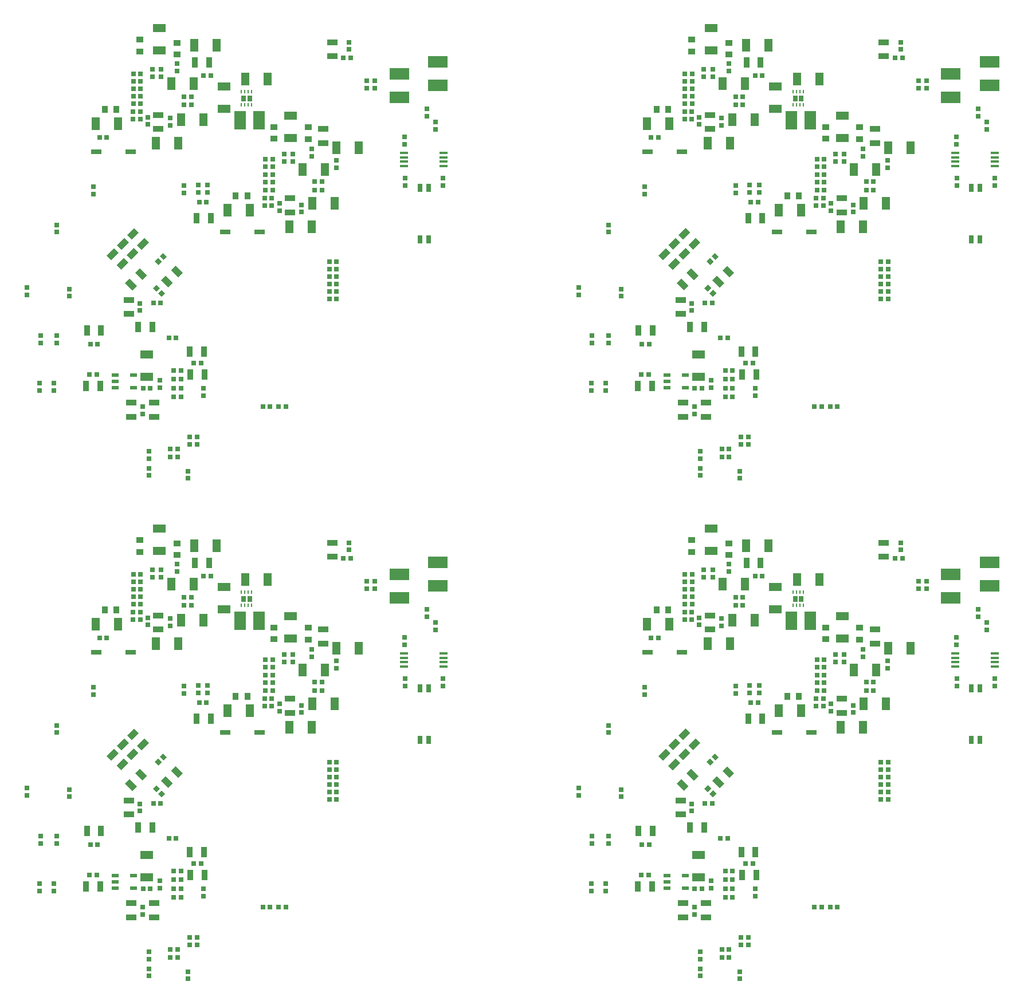
<source format=gbr>
G04 EAGLE Gerber RS-274X export*
G75*
%MOMM*%
%FSLAX34Y34*%
%LPD*%
%INSolderpaste Bottom*%
%IPPOS*%
%AMOC8*
5,1,8,0,0,1.08239X$1,22.5*%
G01*
%ADD10R,0.762000X0.685800*%
%ADD11R,0.965200X1.524000*%
%ADD12R,0.685800X0.762000*%
%ADD13R,1.219200X1.879600*%
%ADD14R,1.879600X1.219200*%
%ADD15R,1.066800X0.889000*%
%ADD16R,0.889000X1.066800*%
%ADD17R,1.600000X0.760000*%
%ADD18R,1.524000X0.965200*%
%ADD19R,1.000000X0.550000*%
%ADD20R,1.200000X0.350000*%
%ADD21R,0.760000X1.270000*%
%ADD22R,1.651000X2.794000*%
%ADD23R,0.250000X0.500000*%
%ADD24R,0.700000X0.900000*%
%ADD25R,3.000000X1.800000*%


D10*
X-482000Y354334D03*
X-482000Y343666D03*
X-294000Y412334D03*
X-294000Y401666D03*
X-428000Y410334D03*
X-428000Y399666D03*
D11*
X-275414Y364000D03*
X-254586Y364000D03*
D12*
X-260666Y388000D03*
X-271334Y388000D03*
D10*
X-273000Y413334D03*
X-273000Y402666D03*
X-259000Y413334D03*
X-259000Y402666D03*
D12*
X-293834Y531500D03*
X-283166Y531500D03*
D10*
X-347732Y513597D03*
X-347732Y502929D03*
D12*
X-358202Y533250D03*
X-368870Y533250D03*
D13*
X-424528Y504237D03*
X-391508Y504237D03*
D12*
X-358184Y544237D03*
X-368852Y544237D03*
D10*
X-340763Y573684D03*
X-340763Y584352D03*
D13*
X-298510Y509500D03*
X-265490Y509500D03*
D12*
X-358166Y555500D03*
X-368834Y555500D03*
D10*
X-328000Y573666D03*
X-328000Y584334D03*
D14*
X-330500Y645510D03*
X-330500Y612490D03*
D10*
X-304018Y581903D03*
X-304018Y592571D03*
D11*
X-257191Y594055D03*
X-278019Y594055D03*
D10*
X-314768Y512071D03*
X-314768Y501403D03*
D15*
X-359250Y628110D03*
X-359250Y610838D03*
D16*
X-410904Y524737D03*
X-393632Y524737D03*
D10*
X77348Y495332D03*
X77348Y506000D03*
X64652Y525668D03*
X64652Y515000D03*
D17*
X-424000Y462000D03*
X-373200Y462000D03*
D12*
X-143666Y86000D03*
X-154334Y86000D03*
X-177334Y86000D03*
X-166666Y86000D03*
X-298666Y100000D03*
X-309334Y100000D03*
D10*
X-265000Y101666D03*
X-265000Y112334D03*
D12*
X-309334Y126000D03*
X-298666Y126000D03*
X-309334Y113000D03*
X-298666Y113000D03*
D11*
X-263586Y133000D03*
X-284414Y133000D03*
D12*
X-268666Y150000D03*
X-279334Y150000D03*
D11*
X-438414Y116000D03*
X-417586Y116000D03*
D12*
X-433334Y133000D03*
X-422666Y133000D03*
D18*
X-338000Y70586D03*
X-338000Y91414D03*
D11*
X-264586Y167000D03*
X-285414Y167000D03*
D10*
X-330000Y124334D03*
X-330000Y113666D03*
D11*
X-340586Y203000D03*
X-361414Y203000D03*
D12*
X-298666Y139000D03*
X-309334Y139000D03*
D18*
X-372000Y70586D03*
X-372000Y91414D03*
D11*
X-437414Y198000D03*
X-416586Y198000D03*
D18*
X-375000Y243414D03*
X-375000Y222586D03*
D10*
X-355000Y74666D03*
X-355000Y85334D03*
D12*
X-432334Y178000D03*
X-421666Y178000D03*
D10*
X-359000Y238334D03*
X-359000Y227666D03*
D12*
X-316334Y187000D03*
X-305666Y187000D03*
D11*
G36*
X-313436Y287339D02*
X-306611Y294164D01*
X-295836Y283389D01*
X-302661Y276564D01*
X-313436Y287339D01*
G37*
G36*
X-328164Y272611D02*
X-321339Y279436D01*
X-310564Y268661D01*
X-317389Y261836D01*
X-328164Y272611D01*
G37*
D12*
G36*
X-326959Y258346D02*
X-322110Y253497D01*
X-327497Y248110D01*
X-332346Y252959D01*
X-326959Y258346D01*
G37*
G36*
X-334503Y265890D02*
X-329654Y261041D01*
X-335041Y255654D01*
X-339890Y260503D01*
X-334503Y265890D01*
G37*
D11*
G36*
X-352661Y335436D02*
X-345836Y328611D01*
X-356611Y317836D01*
X-363436Y324661D01*
X-352661Y335436D01*
G37*
G36*
X-367389Y350164D02*
X-360564Y343339D01*
X-371339Y332564D01*
X-378164Y339389D01*
X-367389Y350164D01*
G37*
G36*
X-363564Y264661D02*
X-370389Y257836D01*
X-381164Y268611D01*
X-374339Y275436D01*
X-363564Y264661D01*
G37*
G36*
X-348836Y279389D02*
X-355661Y272564D01*
X-366436Y283339D01*
X-359611Y290164D01*
X-348836Y279389D01*
G37*
D12*
G36*
X-329346Y308041D02*
X-324497Y312890D01*
X-319110Y307503D01*
X-323959Y302654D01*
X-329346Y308041D01*
G37*
G36*
X-336890Y300497D02*
X-332041Y305346D01*
X-326654Y299959D01*
X-331503Y295110D01*
X-336890Y300497D01*
G37*
D11*
G36*
X-367661Y320436D02*
X-360836Y313611D01*
X-371611Y302836D01*
X-378436Y309661D01*
X-367661Y320436D01*
G37*
G36*
X-382389Y335164D02*
X-375564Y328339D01*
X-386339Y317564D01*
X-393164Y324389D01*
X-382389Y335164D01*
G37*
G36*
X-382661Y305436D02*
X-375836Y298611D01*
X-386611Y287836D01*
X-393436Y294661D01*
X-382661Y305436D01*
G37*
G36*
X-397389Y320164D02*
X-390564Y313339D01*
X-401339Y302564D01*
X-408164Y309389D01*
X-397389Y320164D01*
G37*
D12*
X-339334Y239000D03*
X-328666Y239000D03*
X-68666Y278000D03*
X-79334Y278000D03*
X-79334Y267000D03*
X-68666Y267000D03*
X-343666Y113000D03*
X-354334Y113000D03*
D14*
X-349000Y129490D03*
X-349000Y162510D03*
D19*
X-395500Y113500D03*
X-395500Y123000D03*
X-395500Y132500D03*
X-368500Y132500D03*
X-368500Y113500D03*
D18*
X-75000Y603586D03*
X-75000Y624414D03*
D10*
X-50000Y613666D03*
X-50000Y624334D03*
D20*
X89250Y460750D03*
X89250Y454250D03*
X89250Y447750D03*
X89250Y441250D03*
X30750Y441250D03*
X30750Y447750D03*
X30750Y454250D03*
X30750Y460750D03*
D10*
X32000Y484334D03*
X32000Y473666D03*
X-463000Y248666D03*
X-463000Y259334D03*
X-526000Y250666D03*
X-526000Y261334D03*
X-482000Y179666D03*
X-482000Y190334D03*
X-506000Y179666D03*
X-506000Y190334D03*
X-486000Y109666D03*
X-486000Y120334D03*
X-507000Y109666D03*
X-507000Y120334D03*
X-105500Y455666D03*
X-105500Y466334D03*
D18*
X-88000Y495914D03*
X-88000Y475086D03*
D10*
X-120500Y383834D03*
X-120500Y373166D03*
D12*
X-408266Y483800D03*
X-418934Y483800D03*
D17*
X-233000Y343500D03*
X-182200Y343500D03*
D12*
X-79334Y300000D03*
X-68666Y300000D03*
X-79334Y245000D03*
X-68666Y245000D03*
D21*
X67350Y409100D03*
X54650Y409100D03*
X67350Y332900D03*
X54650Y332900D03*
D10*
X89000Y412666D03*
X89000Y423334D03*
X33000Y412666D03*
X33000Y423334D03*
D12*
X-79334Y289000D03*
X-68666Y289000D03*
X-79334Y256000D03*
X-68666Y256000D03*
D10*
X-24000Y567334D03*
X-24000Y556666D03*
X-12000Y567334D03*
X-12000Y556666D03*
D12*
X-303666Y23000D03*
X-314334Y23000D03*
D10*
X-275000Y40334D03*
X-275000Y29666D03*
X-286000Y40334D03*
X-286000Y29666D03*
D12*
X-303666Y11000D03*
X-314334Y11000D03*
D10*
X-346000Y19334D03*
X-346000Y8666D03*
X-346000Y-16334D03*
X-346000Y-5666D03*
X-288000Y-20334D03*
X-288000Y-9666D03*
D12*
X-254666Y575000D03*
X-265334Y575000D03*
D15*
X-304000Y623636D03*
X-304000Y606364D03*
D12*
X-358166Y577500D03*
X-368834Y577500D03*
X-358166Y566500D03*
X-368834Y566500D03*
X-358666Y522000D03*
X-369334Y522000D03*
X-358666Y510500D03*
X-369334Y510500D03*
D13*
X-302490Y475000D03*
X-335510Y475000D03*
D18*
X-332000Y516914D03*
X-332000Y496086D03*
D13*
X-313010Y563000D03*
X-279990Y563000D03*
D12*
X-293834Y544000D03*
X-283166Y544000D03*
D15*
X-110500Y498636D03*
X-110500Y481364D03*
D10*
X-69000Y449334D03*
X-69000Y438666D03*
D12*
X-100834Y405500D03*
X-90166Y405500D03*
D10*
X-153000Y385834D03*
X-153000Y375166D03*
D12*
X-163166Y406000D03*
X-173834Y406000D03*
D13*
X-230010Y376000D03*
X-196990Y376000D03*
D10*
X-146000Y448166D03*
X-146000Y458834D03*
D12*
X-163166Y428500D03*
X-173834Y428500D03*
D13*
X-104510Y386000D03*
X-71490Y386000D03*
D12*
X-163166Y417500D03*
X-173834Y417500D03*
D10*
X-133500Y448166D03*
X-133500Y458834D03*
D14*
X-136500Y516010D03*
X-136500Y482990D03*
D15*
X-161000Y499136D03*
X-161000Y481864D03*
D16*
X-217636Y397000D03*
X-200364Y397000D03*
D12*
X-163166Y451000D03*
X-173834Y451000D03*
X-164166Y382500D03*
X-174834Y382500D03*
X-164166Y394000D03*
X-174834Y394000D03*
X-163166Y440000D03*
X-173834Y440000D03*
D13*
X-105490Y351500D03*
X-138510Y351500D03*
D18*
X-137000Y393414D03*
X-137000Y372586D03*
D13*
X-119010Y436500D03*
X-85990Y436500D03*
D12*
X-100834Y418000D03*
X-90166Y418000D03*
D13*
X-245490Y620000D03*
X-278510Y620000D03*
X-35490Y468500D03*
X-68510Y468500D03*
D12*
X-58334Y601000D03*
X-47666Y601000D03*
D22*
X-211470Y509000D03*
X-183530Y509000D03*
D13*
X-170490Y570000D03*
X-203510Y570000D03*
D14*
X-235000Y559010D03*
X-235000Y525990D03*
D23*
X-194000Y532000D03*
D24*
X-197000Y541500D03*
X-206000Y541500D03*
D23*
X-199000Y532000D03*
X-204000Y532000D03*
X-209000Y532000D03*
X-209000Y551000D03*
X-204000Y551000D03*
X-199000Y551000D03*
X-194000Y551000D03*
D25*
X24000Y542750D03*
X24000Y577250D03*
X81000Y560750D03*
X81000Y595250D03*
D10*
X333000Y354334D03*
X333000Y343666D03*
X521000Y412334D03*
X521000Y401666D03*
X387000Y410334D03*
X387000Y399666D03*
D11*
X539586Y364000D03*
X560414Y364000D03*
D12*
X554334Y388000D03*
X543666Y388000D03*
D10*
X542000Y413334D03*
X542000Y402666D03*
X556000Y413334D03*
X556000Y402666D03*
D12*
X521166Y531500D03*
X531834Y531500D03*
D10*
X467268Y513597D03*
X467268Y502929D03*
D12*
X456798Y533250D03*
X446130Y533250D03*
D13*
X390472Y504237D03*
X423492Y504237D03*
D12*
X456816Y544237D03*
X446148Y544237D03*
D10*
X474237Y573684D03*
X474237Y584352D03*
D13*
X516490Y509500D03*
X549510Y509500D03*
D12*
X456834Y555500D03*
X446166Y555500D03*
D10*
X487000Y573666D03*
X487000Y584334D03*
D14*
X484500Y645510D03*
X484500Y612490D03*
D10*
X510982Y581903D03*
X510982Y592571D03*
D11*
X557809Y594055D03*
X536981Y594055D03*
D10*
X500232Y512071D03*
X500232Y501403D03*
D15*
X455750Y628110D03*
X455750Y610838D03*
D16*
X404096Y524737D03*
X421368Y524737D03*
D10*
X892348Y495332D03*
X892348Y506000D03*
X879652Y525668D03*
X879652Y515000D03*
D17*
X391000Y462000D03*
X441800Y462000D03*
D12*
X671334Y86000D03*
X660666Y86000D03*
X637666Y86000D03*
X648334Y86000D03*
X516334Y100000D03*
X505666Y100000D03*
D10*
X550000Y101666D03*
X550000Y112334D03*
D12*
X505666Y126000D03*
X516334Y126000D03*
X505666Y113000D03*
X516334Y113000D03*
D11*
X551414Y133000D03*
X530586Y133000D03*
D12*
X546334Y150000D03*
X535666Y150000D03*
D11*
X376586Y116000D03*
X397414Y116000D03*
D12*
X381666Y133000D03*
X392334Y133000D03*
D18*
X477000Y70586D03*
X477000Y91414D03*
D11*
X550414Y167000D03*
X529586Y167000D03*
D10*
X485000Y124334D03*
X485000Y113666D03*
D11*
X474414Y203000D03*
X453586Y203000D03*
D12*
X516334Y139000D03*
X505666Y139000D03*
D18*
X443000Y70586D03*
X443000Y91414D03*
D11*
X377586Y198000D03*
X398414Y198000D03*
D18*
X440000Y243414D03*
X440000Y222586D03*
D10*
X460000Y74666D03*
X460000Y85334D03*
D12*
X382666Y178000D03*
X393334Y178000D03*
D10*
X456000Y238334D03*
X456000Y227666D03*
D12*
X498666Y187000D03*
X509334Y187000D03*
D11*
G36*
X501564Y287339D02*
X508389Y294164D01*
X519164Y283389D01*
X512339Y276564D01*
X501564Y287339D01*
G37*
G36*
X486836Y272611D02*
X493661Y279436D01*
X504436Y268661D01*
X497611Y261836D01*
X486836Y272611D01*
G37*
D12*
G36*
X488041Y258346D02*
X492890Y253497D01*
X487503Y248110D01*
X482654Y252959D01*
X488041Y258346D01*
G37*
G36*
X480497Y265890D02*
X485346Y261041D01*
X479959Y255654D01*
X475110Y260503D01*
X480497Y265890D01*
G37*
D11*
G36*
X462339Y335436D02*
X469164Y328611D01*
X458389Y317836D01*
X451564Y324661D01*
X462339Y335436D01*
G37*
G36*
X447611Y350164D02*
X454436Y343339D01*
X443661Y332564D01*
X436836Y339389D01*
X447611Y350164D01*
G37*
G36*
X451436Y264661D02*
X444611Y257836D01*
X433836Y268611D01*
X440661Y275436D01*
X451436Y264661D01*
G37*
G36*
X466164Y279389D02*
X459339Y272564D01*
X448564Y283339D01*
X455389Y290164D01*
X466164Y279389D01*
G37*
D12*
G36*
X485654Y308041D02*
X490503Y312890D01*
X495890Y307503D01*
X491041Y302654D01*
X485654Y308041D01*
G37*
G36*
X478110Y300497D02*
X482959Y305346D01*
X488346Y299959D01*
X483497Y295110D01*
X478110Y300497D01*
G37*
D11*
G36*
X447339Y320436D02*
X454164Y313611D01*
X443389Y302836D01*
X436564Y309661D01*
X447339Y320436D01*
G37*
G36*
X432611Y335164D02*
X439436Y328339D01*
X428661Y317564D01*
X421836Y324389D01*
X432611Y335164D01*
G37*
G36*
X432339Y305436D02*
X439164Y298611D01*
X428389Y287836D01*
X421564Y294661D01*
X432339Y305436D01*
G37*
G36*
X417611Y320164D02*
X424436Y313339D01*
X413661Y302564D01*
X406836Y309389D01*
X417611Y320164D01*
G37*
D12*
X475666Y239000D03*
X486334Y239000D03*
X746334Y278000D03*
X735666Y278000D03*
X735666Y267000D03*
X746334Y267000D03*
X471334Y113000D03*
X460666Y113000D03*
D14*
X466000Y129490D03*
X466000Y162510D03*
D19*
X419500Y113500D03*
X419500Y123000D03*
X419500Y132500D03*
X446500Y132500D03*
X446500Y113500D03*
D18*
X740000Y603586D03*
X740000Y624414D03*
D10*
X765000Y613666D03*
X765000Y624334D03*
D20*
X904250Y460750D03*
X904250Y454250D03*
X904250Y447750D03*
X904250Y441250D03*
X845750Y441250D03*
X845750Y447750D03*
X845750Y454250D03*
X845750Y460750D03*
D10*
X847000Y484334D03*
X847000Y473666D03*
X352000Y248666D03*
X352000Y259334D03*
X289000Y250666D03*
X289000Y261334D03*
X333000Y179666D03*
X333000Y190334D03*
X309000Y179666D03*
X309000Y190334D03*
X329000Y109666D03*
X329000Y120334D03*
X308000Y109666D03*
X308000Y120334D03*
X709500Y455666D03*
X709500Y466334D03*
D18*
X727000Y495914D03*
X727000Y475086D03*
D10*
X694500Y383834D03*
X694500Y373166D03*
D12*
X406734Y483800D03*
X396066Y483800D03*
D17*
X582000Y343500D03*
X632800Y343500D03*
D12*
X735666Y300000D03*
X746334Y300000D03*
X735666Y245000D03*
X746334Y245000D03*
D21*
X882350Y409100D03*
X869650Y409100D03*
X882350Y332900D03*
X869650Y332900D03*
D10*
X904000Y412666D03*
X904000Y423334D03*
X848000Y412666D03*
X848000Y423334D03*
D12*
X735666Y289000D03*
X746334Y289000D03*
X735666Y256000D03*
X746334Y256000D03*
D10*
X791000Y567334D03*
X791000Y556666D03*
X803000Y567334D03*
X803000Y556666D03*
D12*
X511334Y23000D03*
X500666Y23000D03*
D10*
X540000Y40334D03*
X540000Y29666D03*
X529000Y40334D03*
X529000Y29666D03*
D12*
X511334Y11000D03*
X500666Y11000D03*
D10*
X469000Y19334D03*
X469000Y8666D03*
X469000Y-16334D03*
X469000Y-5666D03*
X527000Y-20334D03*
X527000Y-9666D03*
D12*
X560334Y575000D03*
X549666Y575000D03*
D15*
X511000Y623636D03*
X511000Y606364D03*
D12*
X456834Y577500D03*
X446166Y577500D03*
X456834Y566500D03*
X446166Y566500D03*
X456334Y522000D03*
X445666Y522000D03*
X456334Y510500D03*
X445666Y510500D03*
D13*
X512510Y475000D03*
X479490Y475000D03*
D18*
X483000Y516914D03*
X483000Y496086D03*
D13*
X501990Y563000D03*
X535010Y563000D03*
D12*
X521166Y544000D03*
X531834Y544000D03*
D15*
X704500Y498636D03*
X704500Y481364D03*
D10*
X746000Y449334D03*
X746000Y438666D03*
D12*
X714166Y405500D03*
X724834Y405500D03*
D10*
X662000Y385834D03*
X662000Y375166D03*
D12*
X651834Y406000D03*
X641166Y406000D03*
D13*
X584990Y376000D03*
X618010Y376000D03*
D10*
X669000Y448166D03*
X669000Y458834D03*
D12*
X651834Y428500D03*
X641166Y428500D03*
D13*
X710490Y386000D03*
X743510Y386000D03*
D12*
X651834Y417500D03*
X641166Y417500D03*
D10*
X681500Y448166D03*
X681500Y458834D03*
D14*
X678500Y516010D03*
X678500Y482990D03*
D15*
X654000Y499136D03*
X654000Y481864D03*
D16*
X597364Y397000D03*
X614636Y397000D03*
D12*
X651834Y451000D03*
X641166Y451000D03*
X650834Y382500D03*
X640166Y382500D03*
X650834Y394000D03*
X640166Y394000D03*
X651834Y440000D03*
X641166Y440000D03*
D13*
X709510Y351500D03*
X676490Y351500D03*
D18*
X678000Y393414D03*
X678000Y372586D03*
D13*
X695990Y436500D03*
X729010Y436500D03*
D12*
X714166Y418000D03*
X724834Y418000D03*
D13*
X569510Y620000D03*
X536490Y620000D03*
X779510Y468500D03*
X746490Y468500D03*
D12*
X756666Y601000D03*
X767334Y601000D03*
D22*
X603530Y509000D03*
X631470Y509000D03*
D13*
X644510Y570000D03*
X611490Y570000D03*
D14*
X580000Y559010D03*
X580000Y525990D03*
D23*
X621000Y532000D03*
D24*
X618000Y541500D03*
X609000Y541500D03*
D23*
X616000Y532000D03*
X611000Y532000D03*
X606000Y532000D03*
X606000Y551000D03*
X611000Y551000D03*
X616000Y551000D03*
X621000Y551000D03*
D25*
X839000Y542750D03*
X839000Y577250D03*
X896000Y560750D03*
X896000Y595250D03*
D10*
X-482000Y1094334D03*
X-482000Y1083666D03*
X-294000Y1152334D03*
X-294000Y1141666D03*
X-428000Y1150334D03*
X-428000Y1139666D03*
D11*
X-275414Y1104000D03*
X-254586Y1104000D03*
D12*
X-260666Y1128000D03*
X-271334Y1128000D03*
D10*
X-273000Y1153334D03*
X-273000Y1142666D03*
X-259000Y1153334D03*
X-259000Y1142666D03*
D12*
X-293834Y1271500D03*
X-283166Y1271500D03*
D10*
X-347732Y1253597D03*
X-347732Y1242929D03*
D12*
X-358202Y1273250D03*
X-368870Y1273250D03*
D13*
X-424528Y1244237D03*
X-391508Y1244237D03*
D12*
X-358184Y1284237D03*
X-368852Y1284237D03*
D10*
X-340763Y1313684D03*
X-340763Y1324352D03*
D13*
X-298510Y1249500D03*
X-265490Y1249500D03*
D12*
X-358166Y1295500D03*
X-368834Y1295500D03*
D10*
X-328000Y1313666D03*
X-328000Y1324334D03*
D14*
X-330500Y1385510D03*
X-330500Y1352490D03*
D10*
X-304018Y1321903D03*
X-304018Y1332571D03*
D11*
X-257191Y1334055D03*
X-278019Y1334055D03*
D10*
X-314768Y1252071D03*
X-314768Y1241403D03*
D15*
X-359250Y1368110D03*
X-359250Y1350838D03*
D16*
X-410904Y1264737D03*
X-393632Y1264737D03*
D10*
X77348Y1235332D03*
X77348Y1246000D03*
X64652Y1265668D03*
X64652Y1255000D03*
D17*
X-424000Y1202000D03*
X-373200Y1202000D03*
D12*
X-143666Y826000D03*
X-154334Y826000D03*
X-177334Y826000D03*
X-166666Y826000D03*
X-298666Y840000D03*
X-309334Y840000D03*
D10*
X-265000Y841666D03*
X-265000Y852334D03*
D12*
X-309334Y866000D03*
X-298666Y866000D03*
X-309334Y853000D03*
X-298666Y853000D03*
D11*
X-263586Y873000D03*
X-284414Y873000D03*
D12*
X-268666Y890000D03*
X-279334Y890000D03*
D11*
X-438414Y856000D03*
X-417586Y856000D03*
D12*
X-433334Y873000D03*
X-422666Y873000D03*
D18*
X-338000Y810586D03*
X-338000Y831414D03*
D11*
X-264586Y907000D03*
X-285414Y907000D03*
D10*
X-330000Y864334D03*
X-330000Y853666D03*
D11*
X-340586Y943000D03*
X-361414Y943000D03*
D12*
X-298666Y879000D03*
X-309334Y879000D03*
D18*
X-372000Y810586D03*
X-372000Y831414D03*
D11*
X-437414Y938000D03*
X-416586Y938000D03*
D18*
X-375000Y983414D03*
X-375000Y962586D03*
D10*
X-355000Y814666D03*
X-355000Y825334D03*
D12*
X-432334Y918000D03*
X-421666Y918000D03*
D10*
X-359000Y978334D03*
X-359000Y967666D03*
D12*
X-316334Y927000D03*
X-305666Y927000D03*
D11*
G36*
X-313436Y1027339D02*
X-306611Y1034164D01*
X-295836Y1023389D01*
X-302661Y1016564D01*
X-313436Y1027339D01*
G37*
G36*
X-328164Y1012611D02*
X-321339Y1019436D01*
X-310564Y1008661D01*
X-317389Y1001836D01*
X-328164Y1012611D01*
G37*
D12*
G36*
X-326959Y998346D02*
X-322110Y993497D01*
X-327497Y988110D01*
X-332346Y992959D01*
X-326959Y998346D01*
G37*
G36*
X-334503Y1005890D02*
X-329654Y1001041D01*
X-335041Y995654D01*
X-339890Y1000503D01*
X-334503Y1005890D01*
G37*
D11*
G36*
X-352661Y1075436D02*
X-345836Y1068611D01*
X-356611Y1057836D01*
X-363436Y1064661D01*
X-352661Y1075436D01*
G37*
G36*
X-367389Y1090164D02*
X-360564Y1083339D01*
X-371339Y1072564D01*
X-378164Y1079389D01*
X-367389Y1090164D01*
G37*
G36*
X-363564Y1004661D02*
X-370389Y997836D01*
X-381164Y1008611D01*
X-374339Y1015436D01*
X-363564Y1004661D01*
G37*
G36*
X-348836Y1019389D02*
X-355661Y1012564D01*
X-366436Y1023339D01*
X-359611Y1030164D01*
X-348836Y1019389D01*
G37*
D12*
G36*
X-329346Y1048041D02*
X-324497Y1052890D01*
X-319110Y1047503D01*
X-323959Y1042654D01*
X-329346Y1048041D01*
G37*
G36*
X-336890Y1040497D02*
X-332041Y1045346D01*
X-326654Y1039959D01*
X-331503Y1035110D01*
X-336890Y1040497D01*
G37*
D11*
G36*
X-367661Y1060436D02*
X-360836Y1053611D01*
X-371611Y1042836D01*
X-378436Y1049661D01*
X-367661Y1060436D01*
G37*
G36*
X-382389Y1075164D02*
X-375564Y1068339D01*
X-386339Y1057564D01*
X-393164Y1064389D01*
X-382389Y1075164D01*
G37*
G36*
X-382661Y1045436D02*
X-375836Y1038611D01*
X-386611Y1027836D01*
X-393436Y1034661D01*
X-382661Y1045436D01*
G37*
G36*
X-397389Y1060164D02*
X-390564Y1053339D01*
X-401339Y1042564D01*
X-408164Y1049389D01*
X-397389Y1060164D01*
G37*
D12*
X-339334Y979000D03*
X-328666Y979000D03*
X-68666Y1018000D03*
X-79334Y1018000D03*
X-79334Y1007000D03*
X-68666Y1007000D03*
X-343666Y853000D03*
X-354334Y853000D03*
D14*
X-349000Y869490D03*
X-349000Y902510D03*
D19*
X-395500Y853500D03*
X-395500Y863000D03*
X-395500Y872500D03*
X-368500Y872500D03*
X-368500Y853500D03*
D18*
X-75000Y1343586D03*
X-75000Y1364414D03*
D10*
X-50000Y1353666D03*
X-50000Y1364334D03*
D20*
X89250Y1200750D03*
X89250Y1194250D03*
X89250Y1187750D03*
X89250Y1181250D03*
X30750Y1181250D03*
X30750Y1187750D03*
X30750Y1194250D03*
X30750Y1200750D03*
D10*
X32000Y1224334D03*
X32000Y1213666D03*
X-463000Y988666D03*
X-463000Y999334D03*
X-526000Y990666D03*
X-526000Y1001334D03*
X-482000Y919666D03*
X-482000Y930334D03*
X-506000Y919666D03*
X-506000Y930334D03*
X-486000Y849666D03*
X-486000Y860334D03*
X-507000Y849666D03*
X-507000Y860334D03*
X-105500Y1195666D03*
X-105500Y1206334D03*
D18*
X-88000Y1235914D03*
X-88000Y1215086D03*
D10*
X-120500Y1123834D03*
X-120500Y1113166D03*
D12*
X-408266Y1223800D03*
X-418934Y1223800D03*
D17*
X-233000Y1083500D03*
X-182200Y1083500D03*
D12*
X-79334Y1040000D03*
X-68666Y1040000D03*
X-79334Y985000D03*
X-68666Y985000D03*
D21*
X67350Y1149100D03*
X54650Y1149100D03*
X67350Y1072900D03*
X54650Y1072900D03*
D10*
X89000Y1152666D03*
X89000Y1163334D03*
X33000Y1152666D03*
X33000Y1163334D03*
D12*
X-79334Y1029000D03*
X-68666Y1029000D03*
X-79334Y996000D03*
X-68666Y996000D03*
D10*
X-24000Y1307334D03*
X-24000Y1296666D03*
X-12000Y1307334D03*
X-12000Y1296666D03*
D12*
X-303666Y763000D03*
X-314334Y763000D03*
D10*
X-275000Y780334D03*
X-275000Y769666D03*
X-286000Y780334D03*
X-286000Y769666D03*
D12*
X-303666Y751000D03*
X-314334Y751000D03*
D10*
X-346000Y759334D03*
X-346000Y748666D03*
X-346000Y723666D03*
X-346000Y734334D03*
X-288000Y719666D03*
X-288000Y730334D03*
D12*
X-254666Y1315000D03*
X-265334Y1315000D03*
D15*
X-304000Y1363636D03*
X-304000Y1346364D03*
D12*
X-358166Y1317500D03*
X-368834Y1317500D03*
X-358166Y1306500D03*
X-368834Y1306500D03*
X-358666Y1262000D03*
X-369334Y1262000D03*
X-358666Y1250500D03*
X-369334Y1250500D03*
D13*
X-302490Y1215000D03*
X-335510Y1215000D03*
D18*
X-332000Y1256914D03*
X-332000Y1236086D03*
D13*
X-313010Y1303000D03*
X-279990Y1303000D03*
D12*
X-293834Y1284000D03*
X-283166Y1284000D03*
D15*
X-110500Y1238636D03*
X-110500Y1221364D03*
D10*
X-69000Y1189334D03*
X-69000Y1178666D03*
D12*
X-100834Y1145500D03*
X-90166Y1145500D03*
D10*
X-153000Y1125834D03*
X-153000Y1115166D03*
D12*
X-163166Y1146000D03*
X-173834Y1146000D03*
D13*
X-230010Y1116000D03*
X-196990Y1116000D03*
D10*
X-146000Y1188166D03*
X-146000Y1198834D03*
D12*
X-163166Y1168500D03*
X-173834Y1168500D03*
D13*
X-104510Y1126000D03*
X-71490Y1126000D03*
D12*
X-163166Y1157500D03*
X-173834Y1157500D03*
D10*
X-133500Y1188166D03*
X-133500Y1198834D03*
D14*
X-136500Y1256010D03*
X-136500Y1222990D03*
D15*
X-161000Y1239136D03*
X-161000Y1221864D03*
D16*
X-217636Y1137000D03*
X-200364Y1137000D03*
D12*
X-163166Y1191000D03*
X-173834Y1191000D03*
X-164166Y1122500D03*
X-174834Y1122500D03*
X-164166Y1134000D03*
X-174834Y1134000D03*
X-163166Y1180000D03*
X-173834Y1180000D03*
D13*
X-105490Y1091500D03*
X-138510Y1091500D03*
D18*
X-137000Y1133414D03*
X-137000Y1112586D03*
D13*
X-119010Y1176500D03*
X-85990Y1176500D03*
D12*
X-100834Y1158000D03*
X-90166Y1158000D03*
D13*
X-245490Y1360000D03*
X-278510Y1360000D03*
X-35490Y1208500D03*
X-68510Y1208500D03*
D12*
X-58334Y1341000D03*
X-47666Y1341000D03*
D22*
X-211470Y1249000D03*
X-183530Y1249000D03*
D13*
X-170490Y1310000D03*
X-203510Y1310000D03*
D14*
X-235000Y1299010D03*
X-235000Y1265990D03*
D23*
X-194000Y1272000D03*
D24*
X-197000Y1281500D03*
X-206000Y1281500D03*
D23*
X-199000Y1272000D03*
X-204000Y1272000D03*
X-209000Y1272000D03*
X-209000Y1291000D03*
X-204000Y1291000D03*
X-199000Y1291000D03*
X-194000Y1291000D03*
D25*
X24000Y1282750D03*
X24000Y1317250D03*
X81000Y1300750D03*
X81000Y1335250D03*
D10*
X333000Y1094334D03*
X333000Y1083666D03*
X521000Y1152334D03*
X521000Y1141666D03*
X387000Y1150334D03*
X387000Y1139666D03*
D11*
X539586Y1104000D03*
X560414Y1104000D03*
D12*
X554334Y1128000D03*
X543666Y1128000D03*
D10*
X542000Y1153334D03*
X542000Y1142666D03*
X556000Y1153334D03*
X556000Y1142666D03*
D12*
X521166Y1271500D03*
X531834Y1271500D03*
D10*
X467268Y1253597D03*
X467268Y1242929D03*
D12*
X456798Y1273250D03*
X446130Y1273250D03*
D13*
X390472Y1244237D03*
X423492Y1244237D03*
D12*
X456816Y1284237D03*
X446148Y1284237D03*
D10*
X474237Y1313684D03*
X474237Y1324352D03*
D13*
X516490Y1249500D03*
X549510Y1249500D03*
D12*
X456834Y1295500D03*
X446166Y1295500D03*
D10*
X487000Y1313666D03*
X487000Y1324334D03*
D14*
X484500Y1385510D03*
X484500Y1352490D03*
D10*
X510982Y1321903D03*
X510982Y1332571D03*
D11*
X557809Y1334055D03*
X536981Y1334055D03*
D10*
X500232Y1252071D03*
X500232Y1241403D03*
D15*
X455750Y1368110D03*
X455750Y1350838D03*
D16*
X404096Y1264737D03*
X421368Y1264737D03*
D10*
X892348Y1235332D03*
X892348Y1246000D03*
X879652Y1265668D03*
X879652Y1255000D03*
D17*
X391000Y1202000D03*
X441800Y1202000D03*
D12*
X671334Y826000D03*
X660666Y826000D03*
X637666Y826000D03*
X648334Y826000D03*
X516334Y840000D03*
X505666Y840000D03*
D10*
X550000Y841666D03*
X550000Y852334D03*
D12*
X505666Y866000D03*
X516334Y866000D03*
X505666Y853000D03*
X516334Y853000D03*
D11*
X551414Y873000D03*
X530586Y873000D03*
D12*
X546334Y890000D03*
X535666Y890000D03*
D11*
X376586Y856000D03*
X397414Y856000D03*
D12*
X381666Y873000D03*
X392334Y873000D03*
D18*
X477000Y810586D03*
X477000Y831414D03*
D11*
X550414Y907000D03*
X529586Y907000D03*
D10*
X485000Y864334D03*
X485000Y853666D03*
D11*
X474414Y943000D03*
X453586Y943000D03*
D12*
X516334Y879000D03*
X505666Y879000D03*
D18*
X443000Y810586D03*
X443000Y831414D03*
D11*
X377586Y938000D03*
X398414Y938000D03*
D18*
X440000Y983414D03*
X440000Y962586D03*
D10*
X460000Y814666D03*
X460000Y825334D03*
D12*
X382666Y918000D03*
X393334Y918000D03*
D10*
X456000Y978334D03*
X456000Y967666D03*
D12*
X498666Y927000D03*
X509334Y927000D03*
D11*
G36*
X501564Y1027339D02*
X508389Y1034164D01*
X519164Y1023389D01*
X512339Y1016564D01*
X501564Y1027339D01*
G37*
G36*
X486836Y1012611D02*
X493661Y1019436D01*
X504436Y1008661D01*
X497611Y1001836D01*
X486836Y1012611D01*
G37*
D12*
G36*
X488041Y998346D02*
X492890Y993497D01*
X487503Y988110D01*
X482654Y992959D01*
X488041Y998346D01*
G37*
G36*
X480497Y1005890D02*
X485346Y1001041D01*
X479959Y995654D01*
X475110Y1000503D01*
X480497Y1005890D01*
G37*
D11*
G36*
X462339Y1075436D02*
X469164Y1068611D01*
X458389Y1057836D01*
X451564Y1064661D01*
X462339Y1075436D01*
G37*
G36*
X447611Y1090164D02*
X454436Y1083339D01*
X443661Y1072564D01*
X436836Y1079389D01*
X447611Y1090164D01*
G37*
G36*
X451436Y1004661D02*
X444611Y997836D01*
X433836Y1008611D01*
X440661Y1015436D01*
X451436Y1004661D01*
G37*
G36*
X466164Y1019389D02*
X459339Y1012564D01*
X448564Y1023339D01*
X455389Y1030164D01*
X466164Y1019389D01*
G37*
D12*
G36*
X485654Y1048041D02*
X490503Y1052890D01*
X495890Y1047503D01*
X491041Y1042654D01*
X485654Y1048041D01*
G37*
G36*
X478110Y1040497D02*
X482959Y1045346D01*
X488346Y1039959D01*
X483497Y1035110D01*
X478110Y1040497D01*
G37*
D11*
G36*
X447339Y1060436D02*
X454164Y1053611D01*
X443389Y1042836D01*
X436564Y1049661D01*
X447339Y1060436D01*
G37*
G36*
X432611Y1075164D02*
X439436Y1068339D01*
X428661Y1057564D01*
X421836Y1064389D01*
X432611Y1075164D01*
G37*
G36*
X432339Y1045436D02*
X439164Y1038611D01*
X428389Y1027836D01*
X421564Y1034661D01*
X432339Y1045436D01*
G37*
G36*
X417611Y1060164D02*
X424436Y1053339D01*
X413661Y1042564D01*
X406836Y1049389D01*
X417611Y1060164D01*
G37*
D12*
X475666Y979000D03*
X486334Y979000D03*
X746334Y1018000D03*
X735666Y1018000D03*
X735666Y1007000D03*
X746334Y1007000D03*
X471334Y853000D03*
X460666Y853000D03*
D14*
X466000Y869490D03*
X466000Y902510D03*
D19*
X419500Y853500D03*
X419500Y863000D03*
X419500Y872500D03*
X446500Y872500D03*
X446500Y853500D03*
D18*
X740000Y1343586D03*
X740000Y1364414D03*
D10*
X765000Y1353666D03*
X765000Y1364334D03*
D20*
X904250Y1200750D03*
X904250Y1194250D03*
X904250Y1187750D03*
X904250Y1181250D03*
X845750Y1181250D03*
X845750Y1187750D03*
X845750Y1194250D03*
X845750Y1200750D03*
D10*
X847000Y1224334D03*
X847000Y1213666D03*
X352000Y988666D03*
X352000Y999334D03*
X289000Y990666D03*
X289000Y1001334D03*
X333000Y919666D03*
X333000Y930334D03*
X309000Y919666D03*
X309000Y930334D03*
X329000Y849666D03*
X329000Y860334D03*
X308000Y849666D03*
X308000Y860334D03*
X709500Y1195666D03*
X709500Y1206334D03*
D18*
X727000Y1235914D03*
X727000Y1215086D03*
D10*
X694500Y1123834D03*
X694500Y1113166D03*
D12*
X406734Y1223800D03*
X396066Y1223800D03*
D17*
X582000Y1083500D03*
X632800Y1083500D03*
D12*
X735666Y1040000D03*
X746334Y1040000D03*
X735666Y985000D03*
X746334Y985000D03*
D21*
X882350Y1149100D03*
X869650Y1149100D03*
X882350Y1072900D03*
X869650Y1072900D03*
D10*
X904000Y1152666D03*
X904000Y1163334D03*
X848000Y1152666D03*
X848000Y1163334D03*
D12*
X735666Y1029000D03*
X746334Y1029000D03*
X735666Y996000D03*
X746334Y996000D03*
D10*
X791000Y1307334D03*
X791000Y1296666D03*
X803000Y1307334D03*
X803000Y1296666D03*
D12*
X511334Y763000D03*
X500666Y763000D03*
D10*
X540000Y780334D03*
X540000Y769666D03*
X529000Y780334D03*
X529000Y769666D03*
D12*
X511334Y751000D03*
X500666Y751000D03*
D10*
X469000Y759334D03*
X469000Y748666D03*
X469000Y723666D03*
X469000Y734334D03*
X527000Y719666D03*
X527000Y730334D03*
D12*
X560334Y1315000D03*
X549666Y1315000D03*
D15*
X511000Y1363636D03*
X511000Y1346364D03*
D12*
X456834Y1317500D03*
X446166Y1317500D03*
X456834Y1306500D03*
X446166Y1306500D03*
X456334Y1262000D03*
X445666Y1262000D03*
X456334Y1250500D03*
X445666Y1250500D03*
D13*
X512510Y1215000D03*
X479490Y1215000D03*
D18*
X483000Y1256914D03*
X483000Y1236086D03*
D13*
X501990Y1303000D03*
X535010Y1303000D03*
D12*
X521166Y1284000D03*
X531834Y1284000D03*
D15*
X704500Y1238636D03*
X704500Y1221364D03*
D10*
X746000Y1189334D03*
X746000Y1178666D03*
D12*
X714166Y1145500D03*
X724834Y1145500D03*
D10*
X662000Y1125834D03*
X662000Y1115166D03*
D12*
X651834Y1146000D03*
X641166Y1146000D03*
D13*
X584990Y1116000D03*
X618010Y1116000D03*
D10*
X669000Y1188166D03*
X669000Y1198834D03*
D12*
X651834Y1168500D03*
X641166Y1168500D03*
D13*
X710490Y1126000D03*
X743510Y1126000D03*
D12*
X651834Y1157500D03*
X641166Y1157500D03*
D10*
X681500Y1188166D03*
X681500Y1198834D03*
D14*
X678500Y1256010D03*
X678500Y1222990D03*
D15*
X654000Y1239136D03*
X654000Y1221864D03*
D16*
X597364Y1137000D03*
X614636Y1137000D03*
D12*
X651834Y1191000D03*
X641166Y1191000D03*
X650834Y1122500D03*
X640166Y1122500D03*
X650834Y1134000D03*
X640166Y1134000D03*
X651834Y1180000D03*
X641166Y1180000D03*
D13*
X709510Y1091500D03*
X676490Y1091500D03*
D18*
X678000Y1133414D03*
X678000Y1112586D03*
D13*
X695990Y1176500D03*
X729010Y1176500D03*
D12*
X714166Y1158000D03*
X724834Y1158000D03*
D13*
X569510Y1360000D03*
X536490Y1360000D03*
X779510Y1208500D03*
X746490Y1208500D03*
D12*
X756666Y1341000D03*
X767334Y1341000D03*
D22*
X603530Y1249000D03*
X631470Y1249000D03*
D13*
X644510Y1310000D03*
X611490Y1310000D03*
D14*
X580000Y1299010D03*
X580000Y1265990D03*
D23*
X621000Y1272000D03*
D24*
X618000Y1281500D03*
X609000Y1281500D03*
D23*
X616000Y1272000D03*
X611000Y1272000D03*
X606000Y1272000D03*
X606000Y1291000D03*
X611000Y1291000D03*
X616000Y1291000D03*
X621000Y1291000D03*
D25*
X839000Y1282750D03*
X839000Y1317250D03*
X896000Y1300750D03*
X896000Y1335250D03*
M02*

</source>
